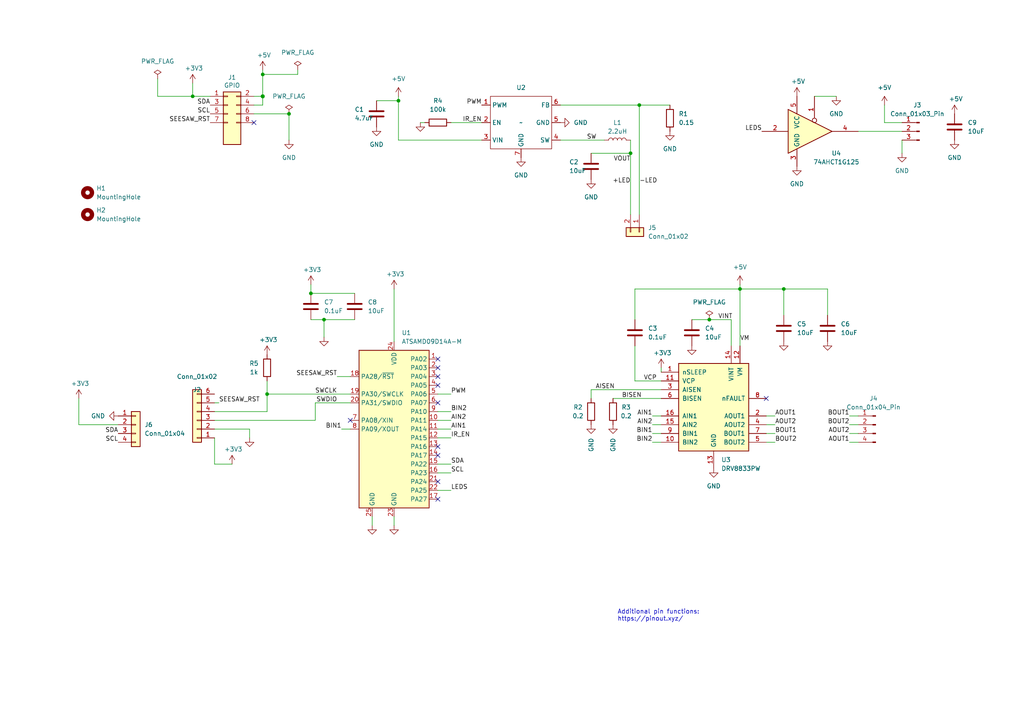
<source format=kicad_sch>
(kicad_sch (version 20230121) (generator eeschema)
  (paper "A4")
  (title_block (date "15 nov 2012"))
  (lib_symbols
    (symbol "74xGxx:74AHCT1G125"
      (property "Reference" "U" (at -2.54 3.81 0))
      (property "Value" "74AHCT1G125" (at 0 -3.81 0))
      (symbol "74AHCT1G125_0_1"
        (polyline (pts (xy -7.62 6.35) (xy -7.62 -6.35) (xy 5.08 0) (xy -7.62 6.35)) (stroke (width 0.254)) (fill (type background)))
      )
      (symbol "74AHCT1G125_1_1"
        (pin input inverted (at 0 10.16 270) (length 7.62) (name "~") (number "1"))
        (pin input line (at -15.24 0 0) (length 7.62) (name "~") (number "2"))
        (pin power_in line (at -5.08 -10.16 90) (length 5.08) (name "GND") (number "3"))
        (pin tri_state line (at 12.7 0 180) (length 7.62) (name "~") (number "4"))
        (pin power_in line (at -5.08 10.16 270) (length 5.08) (name "VCC") (number "5"))
      )
    )
    (symbol "Connector:Conn_01x03_Pin" (pin_names (offset 1.016) hide)
      (property "Reference" "J" (at 0 5.08 0))
      (property "Value" "Conn_01x03_Pin" (at 0 -5.08 0))
      (symbol "Conn_01x03_Pin_1_1"
        (polyline (pts (xy 1.27 -2.54) (xy 0.8636 -2.54)) (stroke (width 0.1524)))
        (polyline (pts (xy 1.27 0) (xy 0.8636 0)) (stroke (width 0.1524)))
        (polyline (pts (xy 1.27 2.54) (xy 0.8636 2.54)) (stroke (width 0.1524)))
        (rectangle (start 0.8636 -2.413) (end 0 -2.667) (stroke (width 0.1524)) (fill (type outline)))
        (rectangle (start 0.8636 0.127) (end 0 -0.127) (stroke (width 0.1524)) (fill (type outline)))
        (rectangle (start 0.8636 2.667) (end 0 2.413) (stroke (width 0.1524)) (fill (type outline)))
        (pin passive line (at 5.08 2.54 180) (length 3.81) (name "Pin_1") (number "1"))
        (pin passive line (at 5.08 0 180) (length 3.81) (name "Pin_2") (number "2"))
        (pin passive line (at 5.08 -2.54 180) (length 3.81) (name "Pin_3") (number "3"))
      )
    )
    (symbol "Connector:Conn_01x04_Pin" (pin_names (offset 1.016) hide)
      (property "Reference" "J" (at 0 5.08 0))
      (property "Value" "Conn_01x04_Pin" (at 0 -7.62 0))
      (symbol "Conn_01x04_Pin_1_1"
        (polyline (pts (xy 1.27 -5.08) (xy 0.8636 -5.08)) (stroke (width 0.1524)))
        (polyline (pts (xy 1.27 -2.54) (xy 0.8636 -2.54)) (stroke (width 0.1524)))
        (polyline (pts (xy 1.27 0) (xy 0.8636 0)) (stroke (width 0.1524)))
        (polyline (pts (xy 1.27 2.54) (xy 0.8636 2.54)) (stroke (width 0.1524)))
        (rectangle (start 0.8636 -4.953) (end 0 -5.207) (stroke (width 0.1524)) (fill (type outline)))
        (rectangle (start 0.8636 -2.413) (end 0 -2.667) (stroke (width 0.1524)) (fill (type outline)))
        (rectangle (start 0.8636 0.127) (end 0 -0.127) (stroke (width 0.1524)) (fill (type outline)))
        (rectangle (start 0.8636 2.667) (end 0 2.413) (stroke (width 0.1524)) (fill (type outline)))
        (pin passive line (at 5.08 2.54 180) (length 3.81) (name "Pin_1") (number "1"))
        (pin passive line (at 5.08 0 180) (length 3.81) (name "Pin_2") (number "2"))
        (pin passive line (at 5.08 -2.54 180) (length 3.81) (name "Pin_3") (number "3"))
        (pin passive line (at 5.08 -5.08 180) (length 3.81) (name "Pin_4") (number "4"))
      )
    )
    (symbol "Connector_Generic:Conn_01x02" (pin_names (offset 1.016) hide)
      (property "Reference" "J" (at 0 2.54 0))
      (property "Value" "Conn_01x02" (at 0 -5.08 0))
      (symbol "Conn_01x02_1_1"
        (rectangle (start -1.27 -2.413) (end 0 -2.667) (stroke (width 0.1524)))
        (rectangle (start -1.27 0.127) (end 0 -0.127) (stroke (width 0.1524)))
        (rectangle (start -1.27 1.27) (end 1.27 -3.81) (stroke (width 0.254)) (fill (type background)))
        (pin passive line (at -5.08 0 0) (length 3.81) (name "Pin_1") (number "1"))
        (pin passive line (at -5.08 -2.54 0) (length 3.81) (name "Pin_2") (number "2"))
      )
    )
    (symbol "Connector_Generic:Conn_01x04" (pin_names (offset 1.016) hide)
      (property "Reference" "J" (at 0 5.08 0))
      (property "Value" "Conn_01x04" (at 0 -7.62 0))
      (symbol "Conn_01x04_1_1"
        (rectangle (start -1.27 -4.953) (end 0 -5.207) (stroke (width 0.1524)))
        (rectangle (start -1.27 -2.413) (end 0 -2.667) (stroke (width 0.1524)))
        (rectangle (start -1.27 0.127) (end 0 -0.127) (stroke (width 0.1524)))
        (rectangle (start -1.27 2.667) (end 0 2.413) (stroke (width 0.1524)))
        (rectangle (start -1.27 3.81) (end 1.27 -6.35) (stroke (width 0.254)) (fill (type background)))
        (pin passive line (at -5.08 2.54 0) (length 3.81) (name "Pin_1") (number "1"))
        (pin passive line (at -5.08 0 0) (length 3.81) (name "Pin_2") (number "2"))
        (pin passive line (at -5.08 -2.54 0) (length 3.81) (name "Pin_3") (number "3"))
        (pin passive line (at -5.08 -5.08 0) (length 3.81) (name "Pin_4") (number "4"))
      )
    )
    (symbol "Connector_Generic:Conn_01x06" (pin_names (offset 1.016) hide)
      (property "Reference" "J" (at 0 7.62 0))
      (property "Value" "Conn_01x06" (at 0 -10.16 0))
      (symbol "Conn_01x06_1_1"
        (rectangle (start -1.27 -7.493) (end 0 -7.747) (stroke (width 0.1524)))
        (rectangle (start -1.27 -4.953) (end 0 -5.207) (stroke (width 0.1524)))
        (rectangle (start -1.27 -2.413) (end 0 -2.667) (stroke (width 0.1524)))
        (rectangle (start -1.27 0.127) (end 0 -0.127) (stroke (width 0.1524)))
        (rectangle (start -1.27 2.667) (end 0 2.413) (stroke (width 0.1524)))
        (rectangle (start -1.27 5.207) (end 0 4.953) (stroke (width 0.1524)))
        (rectangle (start -1.27 6.35) (end 1.27 -8.89) (stroke (width 0.254)) (fill (type background)))
        (pin passive line (at -5.08 5.08 0) (length 3.81) (name "Pin_1") (number "1"))
        (pin passive line (at -5.08 2.54 0) (length 3.81) (name "Pin_2") (number "2"))
        (pin passive line (at -5.08 0 0) (length 3.81) (name "Pin_3") (number "3"))
        (pin passive line (at -5.08 -2.54 0) (length 3.81) (name "Pin_4") (number "4"))
        (pin passive line (at -5.08 -5.08 0) (length 3.81) (name "Pin_5") (number "5"))
        (pin passive line (at -5.08 -7.62 0) (length 3.81) (name "Pin_6") (number "6"))
      )
    )
    (symbol "Connector_Generic:Conn_02x20_Odd_Even" (pin_names (offset 1.016) hide)
      (property "Reference" "J1" (at 1.27 28.3402 0))
      (property "Value" "GPIO" (at 1.27 26.035 0))
      (symbol "Conn_02x20_Odd_Even_1_1"
        (rectangle (start -1.27 15.367) (end 0 15.113) (stroke (width 0.1524)))
        (rectangle (start -1.27 17.907) (end 0 17.653) (stroke (width 0.1524)))
        (rectangle (start -1.27 20.447) (end 0 20.193) (stroke (width 0.1524)))
        (rectangle (start -1.27 22.987) (end 0 22.733) (stroke (width 0.1524)))
        (rectangle (start -1.27 24.13) (end 3.81 8.89) (stroke (width 0.254)) (fill (type background)))
        (rectangle (start 3.81 15.367) (end 2.54 15.113) (stroke (width 0.1524)))
        (rectangle (start 3.81 17.907) (end 2.54 17.653) (stroke (width 0.1524)))
        (rectangle (start 3.81 20.447) (end 2.54 20.193) (stroke (width 0.1524)))
        (rectangle (start 3.81 22.987) (end 2.54 22.733) (stroke (width 0.1524)))
        (pin passive line (at -5.08 22.86 0) (length 3.81) (name "Pin_1") (number "1"))
        (pin passive line (at 7.62 22.86 180) (length 3.81) (name "Pin_2") (number "2"))
        (pin passive line (at -5.08 20.32 0) (length 3.81) (name "Pin_3") (number "3"))
        (pin passive line (at 7.62 20.32 180) (length 3.81) (name "Pin_4") (number "4"))
        (pin passive line (at -5.08 17.78 0) (length 3.81) (name "Pin_5") (number "5"))
        (pin passive line (at 7.62 17.78 180) (length 3.81) (name "Pin_6") (number "6"))
        (pin passive line (at -5.08 15.24 0) (length 3.81) (name "Pin_7") (number "7"))
        (pin passive line (at 7.62 15.24 180) (length 3.81) (name "Pin_8") (number "8"))
      )
    )
    (symbol "Device:C" (pin_numbers hide) (pin_names (offset 0.254))
      (property "Reference" "C" (at 0.635 2.54 0))
      (property "Value" "C" (at 0.635 -2.54 0))
      (symbol "C_0_1"
        (polyline (pts (xy -2.032 -0.762) (xy 2.032 -0.762)) (stroke (width 0.508)))
        (polyline (pts (xy -2.032 0.762) (xy 2.032 0.762)) (stroke (width 0.508)))
      )
      (symbol "C_1_1"
        (pin passive line (at 0 3.81 270) (length 2.794) (name "~") (number "1"))
        (pin passive line (at 0 -3.81 90) (length 2.794) (name "~") (number "2"))
      )
    )
    (symbol "Device:L" (pin_numbers hide) (pin_names (offset 1.016) hide)
      (property "Reference" "L" (at -1.27 0 90))
      (property "Value" "L" (at 1.905 0 90))
      (symbol "L_0_1"
        (arc (start 0 -2.54) (mid 0.6323 -1.905) (end 0 -1.27))
        (arc (start 0 -1.27) (mid 0.6323 -0.635) (end 0 0))
        (arc (start 0 0) (mid 0.6323 0.635) (end 0 1.27))
        (arc (start 0 1.27) (mid 0.6323 1.905) (end 0 2.54))
      )
      (symbol "L_1_1"
        (pin passive line (at 0 3.81 270) (length 1.27) (name "1") (number "1"))
        (pin passive line (at 0 -3.81 90) (length 1.27) (name "2") (number "2"))
      )
    )
    (symbol "Device:R" (pin_numbers hide) (pin_names (offset 0))
      (property "Reference" "R" (at 2.032 0 90))
      (property "Value" "R" (at 0 0 90))
      (symbol "R_0_1"
        (rectangle (start -1.016 -2.54) (end 1.016 2.54) (stroke (width 0.254)))
      )
      (symbol "R_1_1"
        (pin passive line (at 0 3.81 270) (length 1.27) (name "~") (number "1"))
        (pin passive line (at 0 -3.81 90) (length 1.27) (name "~") (number "2"))
      )
    )
    (symbol "Driver_Motor:DRV8833PW" (pin_names (offset 1.016))
      (property "Reference" "U" (at -3.81 16.51 0))
      (property "Value" "DRV8833PW" (at -3.81 13.97 0))
      (symbol "DRV8833PW_0_1"
        (rectangle (start -10.16 12.7) (end 10.16 -12.7) (stroke (width 0.254)) (fill (type background)))
      )
      (symbol "DRV8833PW_1_1"
        (pin input line (at -15.24 10.16 0) (length 5.08) (name "nSLEEP") (number "1"))
        (pin input line (at -15.24 -10.16 0) (length 5.08) (name "BIN2") (number "10"))
        (pin bidirectional line (at -15.24 7.62 0) (length 5.08) (name "VCP") (number "11"))
        (pin power_in line (at 7.62 17.78 270) (length 5.08) (name "VM") (number "12"))
        (pin power_in line (at 0 -17.78 90) (length 5.08) (name "GND") (number "13"))
        (pin power_in line (at 5.08 17.78 270) (length 5.08) (name "VINT") (number "14"))
        (pin input line (at -15.24 -5.08 0) (length 5.08) (name "AIN2") (number "15"))
        (pin input line (at -15.24 -2.54 0) (length 5.08) (name "AIN1") (number "16"))
        (pin power_out line (at 15.24 -2.54 180) (length 5.08) (name "AOUT1") (number "2"))
        (pin bidirectional line (at -15.24 5.08 0) (length 5.08) (name "AISEN") (number "3"))
        (pin power_out line (at 15.24 -5.08 180) (length 5.08) (name "AOUT2") (number "4"))
        (pin power_out line (at 15.24 -10.16 180) (length 5.08) (name "BOUT2") (number "5"))
        (pin bidirectional line (at -15.24 2.54 0) (length 5.08) (name "BISEN") (number "6"))
        (pin power_out line (at 15.24 -7.62 180) (length 5.08) (name "BOUT1") (number "7"))
        (pin open_collector line (at 15.24 2.54 180) (length 5.08) (name "nFAULT") (number "8"))
        (pin input line (at -15.24 -7.62 0) (length 5.08) (name "BIN1") (number "9"))
      )
    )
    (symbol "GND_1" (power) (pin_names (offset 0))
      (property "Value" "GND_1" (at 0 -3.81 0))
      (symbol "GND_1_0_1"
        (polyline (pts (xy 0 0) (xy 0 -1.27) (xy 1.27 -1.27) (xy 0 -2.54) (xy -1.27 -1.27) (xy 0 -1.27)))
      )
      (symbol "GND_1_1_1"
        (pin power_in line (at 0 0 270) (length 0) hide (name "GND") (number "1"))
      )
    )
    (symbol "MCU_Microchip_SAMD:ATSAMD09D14A-M"
      (property "Reference" "U1" (at 2.1941 27.94 0))
      (property "Value" "ATSAMD09D14A-M" (at 2.1941 25.4 0))
      (symbol "ATSAMD09D14A-M_0_1"
        (rectangle (start -10.16 22.86) (end 10.16 -22.86) (stroke (width 0.254)) (fill (type background)))
      )
      (symbol "ATSAMD09D14A-M_1_1"
        (pin bidirectional line (at 12.7 20.32 180) (length 2.54) (name "PA02") (number "1"))
        (pin bidirectional line (at 12.7 2.54 180) (length 2.54) (name "PA11") (number "10"))
        (pin bidirectional line (at 12.7 0 180) (length 2.54) (name "PA14") (number "11"))
        (pin bidirectional line (at 12.7 -2.54 180) (length 2.54) (name "PA15") (number "12"))
        (pin bidirectional line (at 12.7 -5.08 180) (length 2.54) (name "PA16") (number "13"))
        (pin bidirectional line (at 12.7 -7.62 180) (length 2.54) (name "PA17") (number "14"))
        (pin bidirectional line (at 12.7 -10.16 180) (length 2.54) (name "PA22") (number "15"))
        (pin bidirectional line (at 12.7 -12.7 180) (length 2.54) (name "PA23") (number "16"))
        (pin bidirectional line (at 12.7 -20.32 180) (length 2.54) (name "PA27") (number "17"))
        (pin bidirectional line (at -12.7 15.24 0) (length 2.54) (name "PA28/~{RST}") (number "18"))
        (pin bidirectional line (at -12.7 10.16 0) (length 2.54) (name "PA30/SWCLK") (number "19"))
        (pin bidirectional line (at 12.7 17.78 180) (length 2.54) (name "PA03") (number "2"))
        (pin bidirectional line (at -12.7 7.62 0) (length 2.54) (name "PA31/SWDIO") (number "20"))
        (pin bidirectional line (at 12.7 -15.24 180) (length 2.54) (name "PA24") (number "21"))
        (pin bidirectional line (at 12.7 -17.78 180) (length 2.54) (name "PA25") (number "22"))
        (pin power_in line (at 0 -25.4 90) (length 2.54) (name "GND") (number "23"))
        (pin power_in line (at 0 25.4 270) (length 2.54) (name "VDD") (number "24"))
        (pin power_in line (at -6.35 -25.4 90) (length 2.54) (name "GND") (number "25"))
        (pin bidirectional line (at 12.7 15.24 180) (length 2.54) (name "PA04") (number "3"))
        (pin bidirectional line (at 12.7 12.7 180) (length 2.54) (name "PA05") (number "4"))
        (pin bidirectional line (at 12.7 10.16 180) (length 2.54) (name "PA06") (number "5"))
        (pin bidirectional line (at 12.7 7.62 180) (length 2.54) (name "PA07") (number "6"))
        (pin bidirectional line (at -12.7 2.54 0) (length 2.54) (name "PA08/XIN") (number "7"))
        (pin bidirectional line (at -12.7 0 0) (length 2.54) (name "PA09/XOUT") (number "8"))
        (pin bidirectional line (at 12.7 5.08 180) (length 2.54) (name "PA10") (number "9"))
      )
    )
    (symbol "Mechanical:MountingHole" (pin_names (offset 1.016))
      (property "Reference" "H" (at 0 5.08 0))
      (property "Value" "MountingHole" (at 0 3.175 0))
      (symbol "MountingHole_0_1"
        (circle (center 0 0) (radius 1.27) (stroke (width 1.27)))
      )
    )
    (symbol "Minor_Industries:TPS92201"
      (property "Reference" "U" (at 0 2.54 0))
      (symbol "TPS92201_0_1"
        (rectangle (start -8.89 7.62) (end 8.89 -7.62))
      )
      (symbol "TPS92201_1_1"
        (pin input line (at -11.43 5.08 0) (length 2.54) (name "PWM") (number "1"))
        (pin input line (at -11.43 0 0) (length 2.54) (name "EN") (number "2"))
        (pin power_in line (at -11.43 -5.08 0) (length 2.54) (name "VIN") (number "3"))
        (pin input line (at 11.43 -5.08 180) (length 2.54) (name "SW") (number "4"))
        (pin power_in line (at 11.43 0 180) (length 2.54) (name "GND") (number "5"))
        (pin power_out line (at 11.43 5.08 180) (length 2.54) (name "FB") (number "6"))
        (pin power_in line (at 0 -10.16 90) (length 2.54) (name "GND") (number "7"))
      )
    )
    (symbol "power:+3.3V" (power) (pin_names (offset 0))
      (property "Value" "+3.3V" (at 0 3.556 0))
      (symbol "+3.3V_0_1"
        (polyline (pts (xy -0.762 1.27) (xy 0 2.54)))
        (polyline (pts (xy 0 0) (xy 0 2.54)))
        (polyline (pts (xy 0 2.54) (xy 0.762 1.27)))
      )
      (symbol "+3.3V_1_1"
        (pin power_in line (at 0 0 90) (length 0) hide (name "+3V3") (number "1"))
      )
    )
    (symbol "power:+5V" (power) (pin_names (offset 0))
      (property "Value" "+5V" (at 0 3.556 0))
      (symbol "+5V_0_1"
        (polyline (pts (xy -0.762 1.27) (xy 0 2.54)))
        (polyline (pts (xy 0 0) (xy 0 2.54)))
        (polyline (pts (xy 0 2.54) (xy 0.762 1.27)))
      )
      (symbol "+5V_1_1"
        (pin power_in line (at 0 0 90) (length 0) hide (name "+5V") (number "1"))
      )
    )
    (symbol "power:GND" (power) (pin_names (offset 0))
      (property "Value" "GND" (at 0 -3.81 0))
      (symbol "GND_0_1"
        (polyline (pts (xy 0 0) (xy 0 -1.27) (xy 1.27 -1.27) (xy 0 -2.54) (xy -1.27 -1.27) (xy 0 -1.27)))
      )
      (symbol "GND_1_1"
        (pin power_in line (at 0 0 270) (length 0) hide (name "GND") (number "1"))
      )
    )
    (symbol "power:PWR_FLAG" (power) (pin_numbers hide) (pin_names (offset 0) hide)
      (property "Value" "PWR_FLAG" (at 0 3.81 0))
      (symbol "PWR_FLAG_0_0"
        (pin power_out line (at 0 0 90) (length 0) (name "pwr") (number "1"))
      )
      (symbol "PWR_FLAG_0_1"
        (polyline (pts (xy 0 0) (xy 0 1.27) (xy -1.016 1.905) (xy 0 2.54) (xy 1.016 1.905) (xy 0 1.27)))
      )
    )
  )
  (junction (at 76.2 27.94) (diameter 1.016))
  (junction (at 182.88 44.45))
  (junction (at 83.82 33.02))
  (junction (at 185.42 30.48))
  (junction (at 214.63 83.82))
  (junction (at 77.47 114.3))
  (junction (at 55.88 27.94))
  (junction (at 205.74 92.71))
  (junction (at 90.17 85.09))
  (junction (at 93.98 92.71))
  (junction (at 76.2 21.59))
  (junction (at 115.57 29.21))
  (junction (at 227.33 83.82))
  (no_connect (at 127 109.22))
  (no_connect (at 101.6 121.92))
  (no_connect (at 127 104.14))
  (no_connect (at 73.66 35.56))
  (no_connect (at 127 116.84))
  (no_connect (at 222.25 115.57))
  (no_connect (at 127 139.7))
  (no_connect (at 127 144.78))
  (no_connect (at 127 111.76))
  (no_connect (at 127 129.54))
  (no_connect (at 127 106.68))
  (no_connect (at 127 132.08))
  (wire (pts (xy 224.79 120.65) (xy 222.25 120.65)))
  (wire (pts (xy 90.17 85.09) (xy 102.87 85.09)))
  (wire (pts (xy 62.23 134.62) (xy 67.31 134.62)))
  (wire (pts (xy 97.79 109.22) (xy 101.6 109.22)))
  (wire (pts (xy 248.92 38.1) (xy 261.62 38.1)))
  (wire (pts (xy 182.88 44.45) (xy 182.88 62.23)))
  (wire (pts (xy 72.39 124.46) (xy 72.39 127)))
  (wire (pts (xy 114.3 149.86) (xy 114.3 152.4)))
  (wire (pts (xy 115.57 27.94) (xy 115.57 29.21)))
  (wire (pts (xy 171.45 113.03) (xy 191.77 113.03)))
  (wire (pts (xy 22.86 123.19) (xy 34.29 123.19)))
  (wire (pts (xy 130.81 35.56) (xy 139.7 35.56)))
  (wire (pts (xy 130.81 127) (xy 127 127)))
  (wire (pts (xy 90.17 92.71) (xy 93.98 92.71)))
  (wire (pts (xy 256.54 35.56) (xy 256.54 30.48)))
  (wire (pts (xy 189.23 120.65) (xy 191.77 120.65)))
  (wire (pts (xy 224.79 125.73) (xy 222.25 125.73)))
  (wire (pts (xy 83.82 33.02) (xy 73.66 33.02)))
  (wire (pts (xy 214.63 82.55) (xy 214.63 83.82)))
  (wire (pts (xy 189.23 128.27) (xy 191.77 128.27)))
  (wire (pts (xy 246.38 120.65) (xy 248.92 120.65)))
  (wire (pts (xy 83.82 40.64) (xy 83.82 33.02)))
  (wire (pts (xy 130.81 142.24) (xy 127 142.24)))
  (wire (pts (xy 246.38 125.73) (xy 248.92 125.73)))
  (wire (pts (xy 77.47 119.38) (xy 62.23 119.38)))
  (wire (pts (xy 55.88 24.13) (xy 55.88 27.94)))
  (wire (pts (xy 227.33 83.82) (xy 227.33 91.44)))
  (wire (pts (xy 191.77 106.68) (xy 191.77 107.95)))
  (wire (pts (xy 91.44 116.84) (xy 101.6 116.84)))
  (wire (pts (xy 200.66 92.71) (xy 205.74 92.71)))
  (wire (pts (xy 77.47 114.3) (xy 77.47 119.38)))
  (wire (pts (xy 185.42 30.48) (xy 194.31 30.48)))
  (wire (pts (xy 130.81 119.38) (xy 127 119.38)))
  (wire (pts (xy 76.2 27.94) (xy 76.2 30.48)))
  (wire (pts (xy 162.56 40.64) (xy 175.26 40.64)))
  (wire (pts (xy 171.45 113.03) (xy 171.45 115.57)))
  (wire (pts (xy 109.22 29.21) (xy 115.57 29.21)))
  (wire (pts (xy 99.06 124.46) (xy 101.6 124.46)))
  (wire (pts (xy 76.2 20.32) (xy 76.2 21.59)))
  (wire (pts (xy 91.44 121.92) (xy 91.44 116.84)))
  (wire (pts (xy 76.2 27.94) (xy 73.66 27.94)))
  (wire (pts (xy 224.79 123.19) (xy 222.25 123.19)))
  (wire (pts (xy 240.03 83.82) (xy 240.03 91.44)))
  (wire (pts (xy 130.81 121.92) (xy 127 121.92)))
  (wire (pts (xy 86.36 21.59) (xy 86.36 20.32)))
  (wire (pts (xy 76.2 21.59) (xy 86.36 21.59)))
  (wire (pts (xy 214.63 83.82) (xy 214.63 100.33)))
  (wire (pts (xy 177.8 115.57) (xy 191.77 115.57)))
  (wire (pts (xy 184.15 83.82) (xy 184.15 92.71)))
  (wire (pts (xy 236.22 27.94) (xy 242.57 27.94)))
  (wire (pts (xy 93.98 92.71) (xy 102.87 92.71)))
  (wire (pts (xy 184.15 110.49) (xy 191.77 110.49)))
  (wire (pts (xy 45.72 22.86) (xy 45.72 27.94)))
  (wire (pts (xy 130.81 134.62) (xy 127 134.62)))
  (wire (pts (xy 62.23 116.84) (xy 63.5 116.84)))
  (wire (pts (xy 45.72 27.94) (xy 55.88 27.94)))
  (wire (pts (xy 107.95 149.86) (xy 107.95 152.4)))
  (wire (pts (xy 224.79 128.27) (xy 222.25 128.27)))
  (wire (pts (xy 246.38 123.19) (xy 248.92 123.19)))
  (wire (pts (xy 77.47 114.3) (xy 101.6 114.3)))
  (wire (pts (xy 76.2 30.48) (xy 73.66 30.48)))
  (wire (pts (xy 115.57 40.64) (xy 139.7 40.64)))
  (wire (pts (xy 130.81 114.3) (xy 127 114.3)))
  (wire (pts (xy 77.47 110.49) (xy 77.47 114.3)))
  (wire (pts (xy 114.3 83.82) (xy 114.3 99.06)))
  (wire (pts (xy 22.86 115.57) (xy 22.86 123.19)))
  (wire (pts (xy 184.15 83.82) (xy 214.63 83.82)))
  (wire (pts (xy 184.15 100.33) (xy 184.15 110.49)))
  (wire (pts (xy 62.23 121.92) (xy 91.44 121.92)))
  (wire (pts (xy 62.23 124.46) (xy 72.39 124.46)))
  (wire (pts (xy 115.57 29.21) (xy 115.57 40.64)))
  (wire (pts (xy 189.23 123.19) (xy 191.77 123.19)))
  (wire (pts (xy 212.09 92.71) (xy 212.09 100.33)))
  (wire (pts (xy 261.62 40.64) (xy 261.62 44.45)))
  (wire (pts (xy 246.38 128.27) (xy 248.92 128.27)))
  (wire (pts (xy 62.23 127) (xy 62.23 134.62)))
  (wire (pts (xy 76.2 21.59) (xy 76.2 27.94)))
  (wire (pts (xy 185.42 30.48) (xy 185.42 62.23)))
  (wire (pts (xy 90.17 82.55) (xy 90.17 85.09)))
  (wire (pts (xy 205.74 92.71) (xy 212.09 92.71)))
  (wire (pts (xy 189.23 125.73) (xy 191.77 125.73)))
  (wire (pts (xy 182.88 40.64) (xy 182.88 44.45)))
  (wire (pts (xy 55.88 27.94) (xy 60.96 27.94)))
  (wire (pts (xy 130.81 137.16) (xy 127 137.16)))
  (wire (pts (xy 171.45 44.45) (xy 182.88 44.45)))
  (wire (pts (xy 162.56 30.48) (xy 185.42 30.48)))
  (wire (pts (xy 261.62 35.56) (xy 256.54 35.56)))
  (wire (pts (xy 227.33 83.82) (xy 240.03 83.82)))
  (wire (pts (xy 121.92 35.56) (xy 123.19 35.56)))
  (wire (pts (xy 130.81 124.46) (xy 127 124.46)))
  (wire (pts (xy 214.63 83.82) (xy 227.33 83.82)))
  (wire (pts (xy 93.98 92.71) (xy 93.98 97.79)))
  (text "Additional pin functions:\nhttps://pinout.xyz/" (at 179.07 180.34 0) (effects (font (size 1.27 1.27)) (justify left bottom)))
  (label "AISEN" (at 172.72 113.03 0))
  (label "BOUT1" (at 224.79 125.73 0))
  (label "BOUT1" (at 246.38 120.65 180))
  (label "SDA" (at 130.81 134.62 0))
  (label "AIN2" (at 189.23 123.19 180))
  (label "SWCLK" (at 97.79 114.3 180))
  (label "AIN2" (at 130.81 121.92 0))
  (label "-LED" (at 185.42 53.34 0))
  (label "VM" (at 214.63 99.06 0))
  (label "PWM" (at 130.81 114.3 0))
  (label "PWM" (at 139.7 30.48 180))
  (label "AIN1" (at 130.81 124.46 0))
  (label "AOUT2" (at 224.79 123.19 0))
  (label "AIN1" (at 189.23 120.65 180))
  (label "SDA" (at 60.96 30.48 180))
  (label "SW" (at 170.18 40.64 0))
  (label "BIN1" (at 189.23 125.73 180))
  (label "BIN2" (at 130.81 119.38 0))
  (label "SWDIO" (at 97.79 116.84 180))
  (label "+LED" (at 182.88 53.34 180))
  (label "VOUT" (at 182.88 46.99 180))
  (label "BOUT2" (at 246.38 123.19 180))
  (label "AOUT2" (at 246.38 125.73 180))
  (label "IR_EN" (at 130.81 127 0))
  (label "SCL" (at 60.96 33.02 180))
  (label "VINT" (at 208.28 92.71 0))
  (label "SEESAW_RST" (at 97.79 109.22 180))
  (label "SDA" (at 34.29 125.73 180))
  (label "BISEN" (at 180.34 115.57 0))
  (label "BIN2" (at 189.23 128.27 180))
  (label "VCP" (at 186.69 110.49 0))
  (label "SEESAW_RST" (at 63.5 116.84 0))
  (label "BOUT2" (at 224.79 128.27 0))
  (label "SCL" (at 130.81 137.16 0))
  (label "AOUT1" (at 224.79 120.65 0))
  (label "SEESAW_RST" (at 60.96 35.56 180))
  (label "IR_EN" (at 139.7 35.56 180))
  (label "LEDS" (at 220.98 38.1 180))
  (label "AOUT1" (at 246.38 128.27 180))
  (label "SCL" (at 34.29 128.27 180))
  (label "LEDS" (at 130.81 142.24 0))
  (label "BIN1" (at 99.06 124.46 180))
  (symbol (lib_id "power:+5V") (at 76.2 20.32 0) (unit 1)
    (property "Reference" "#PWR01" (effects hide))
    (property "Value" "+5V" (at 76.5683 15.9956 0))
  )
  (symbol (lib_id "power:+3.3V") (at 55.88 24.13 0) (unit 1)
    (property "Reference" "#PWR04" (effects hide))
    (property "Value" "+3.3V" (at 56.2483 19.8056 0))
  )
  (symbol (lib_id "Connector_Generic:Conn_02x20_Odd_Even") (at 66.04 50.8 0) (unit 1)
    (property "Reference" "J1" (at 67.31 22.4598 0))
    (property "Value" "GPIO" (at 67.31 24.765 0))
    (property "Footprint" "Connector_PinSocket_2.54mm:PinSocket_2x06_P2.54mm_Vertical" (effects hide))
  )
  (symbol (lib_id "power:PWR_FLAG") (at 45.72 22.86 0) (unit 1)
    (property "Reference" "#FLG02" (effects hide))
    (property "Value" "PWR_FLAG" (at 45.72 17.78 0))
  )
  (symbol (lib_id "power:+5V") (at 115.57 27.94 0) (unit 1)
    (property "Reference" "#PWR06" (effects hide))
    (property "Value" "+5V" (at 115.57 22.86 0))
  )
  (symbol (lib_id "Device:R") (at 77.47 106.68 180) (unit 1)
    (property "Reference" "R5" (at 73.66 105.41 0))
    (property "Value" "1k" (at 73.66 107.95 0))
    (property "Footprint" "Resistor_SMD:R_0805_2012Metric" (effects hide))
  )
  (symbol (lib_id "power:GND") (at 72.39 127 0) (unit 1)
    (property "Reference" "#PWR032" (effects hide))
    (property "Value" "GND" (effects hide))
  )
  (symbol (lib_id "power:+5V") (at 214.63 82.55 0) (unit 1)
    (property "Reference" "#PWR018" (effects hide))
    (property "Value" "+5V" (at 214.63 77.47 0))
  )
  (symbol (lib_id "Driver_Motor:DRV8833PW") (at 207.01 118.11 0) (unit 1)
    (property "Reference" "U3" (at 209.2041 133.35 0) (effects (justify left)))
    (property "Value" "DRV8833PW" (at 209.2041 135.89 0) (effects (justify left)))
    (property "Footprint" "Package_SO:TSSOP-16_4.4x5mm_P0.65mm" (effects hide))
    (property "Datasheet" "http://www.ti.com/lit/ds/symlink/drv8833.pdf" (effects hide))
  )
  (symbol (lib_id "power:+5V") (at 231.14 27.94 0) (unit 1)
    (property "Reference" "#PWR011" (effects hide))
    (property "Value" "+5V" (at 231.5083 23.6156 0))
  )
  (symbol (lib_id "Device:C") (at 102.87 88.9 0) (unit 1)
    (property "Reference" "C8" (at 106.68 87.63 0) (effects (justify left)))
    (property "Value" "10uF" (at 106.68 90.17 0) (effects (justify left)))
    (property "Footprint" "Capacitor_SMD:C_1206_3216Metric" (effects hide))
  )
  (symbol (lib_id "power:GND") (at 231.14 48.26 0) (unit 1)
    (property "Reference" "#PWR012" (effects hide))
    (property "Value" "GND" (at 231.14 53.34 0))
  )
  (symbol (lib_name "GND_1") (lib_id "power:GND") (at 34.29 120.65 270) (unit 1)
    (property "Reference" "#PWR030" (effects hide))
    (property "Value" "GND" (at 30.48 120.65 90) (effects (justify right)))
  )
  (symbol (lib_id "power:+3.3V") (at 77.47 102.87 0) (unit 1)
    (property "Reference" "#PWR028" (effects hide))
    (property "Value" "+3.3V" (at 77.8383 98.5456 0))
  )
  (symbol (lib_name "GND_1") (lib_id "power:GND") (at 83.82 40.64 0) (unit 1)
    (property "Reference" "#PWR03" (effects hide))
    (property "Value" "GND" (at 83.82 45.72 0))
  )
  (symbol (lib_id "power:+3.3V") (at 90.17 82.55 0) (unit 1)
    (property "Reference" "#PWR025" (effects hide))
    (property "Value" "+3.3V" (at 90.5383 78.2256 0))
  )
  (symbol (lib_id "power:GND") (at 162.56 35.56 90) (unit 1)
    (property "Reference" "#PWR07" (effects hide))
    (property "Value" "GND" (at 166.37 35.56 90) (effects (justify right)))
  )
  (symbol (lib_id "74xGxx:74AHCT1G125") (at 236.22 38.1 0) (unit 1)
    (property "Reference" "U4" (at 242.57 44.45 0))
    (property "Value" "74AHCT1G125" (at 242.57 46.99 0))
    (property "Footprint" "Package_TO_SOT_SMD:SOT-353_SC-70-5" (effects hide))
    (property "Datasheet" "http://www.ti.com/lit/sg/scyt129e/scyt129e.pdf" (effects hide))
  )
  (symbol (lib_id "Mechanical:MountingHole") (at 25.4 55.88 0) (unit 1)
    (property "Reference" "H1" (at 27.94 54.61 0) (effects (justify left)))
    (property "Value" "MountingHole" (at 27.94 57.15 0) (effects (justify left)))
    (property "Footprint" "MountingHole:MountingHole_2.7mm_M2.5" (effects hide))
  )
  (symbol (lib_id "power:GND") (at 93.98 97.79 0) (unit 1)
    (property "Reference" "#PWR027" (effects hide))
    (property "Value" "GND" (effects hide))
  )
  (symbol (lib_id "Device:R") (at 194.31 34.29 0) (unit 1)
    (property "Reference" "R1" (at 196.85 33.02 0) (effects (justify left)))
    (property "Value" "0.15" (at 196.85 35.56 0) (effects (justify left)))
    (property "Footprint" "Resistor_SMD:R_0805_2012Metric" (effects hide))
  )
  (symbol (lib_id "Device:C") (at 109.22 33.02 180) (unit 1)
    (property "Reference" "C1" (at 102.87 31.75 0) (effects (justify right)))
    (property "Value" "4.7uF" (at 102.87 34.29 0) (effects (justify right)))
    (property "Footprint" "Capacitor_SMD:C_0805_2012Metric" (effects hide))
  )
  (symbol (lib_id "power:GND") (at 109.22 36.83 0) (unit 1)
    (property "Reference" "#PWR05" (effects hide))
    (property "Value" "GND" (at 109.22 41.91 0))
  )
  (symbol (lib_id "power:+5V") (at 256.54 30.48 0) (unit 1)
    (property "Reference" "#PWR024" (effects hide))
    (property "Value" "+5V" (at 256.54 25.4 0))
  )
  (symbol (lib_id "power:GND") (at 171.45 52.07 0) (unit 1)
    (property "Reference" "#PWR08" (effects hide))
    (property "Value" "GND" (at 171.45 57.15 0))
  )
  (symbol (lib_id "power:GND") (at 276.86 40.64 0) (unit 1)
    (property "Reference" "#PWR034" (effects hide))
    (property "Value" "GND" (at 276.86 45.72 0))
  )
  (symbol (lib_id "Connector_Generic:Conn_01x02") (at 185.42 67.31 270) (unit 1)
    (property "Reference" "J5" (at 187.96 66.04 90) (effects (justify left)))
    (property "Value" "Conn_01x02" (at 187.96 68.58 90) (effects (justify left)))
    (property "Footprint" "TerminalBlock_4Ucon:TerminalBlock_4Ucon_1x02_P3.50mm_Horizontal" (effects hide))
  )
  (symbol (lib_id "power:GND") (at 200.66 100.33 0) (unit 1)
    (property "Reference" "#PWR020" (effects hide))
    (property "Value" "GND" (effects hide))
  )
  (symbol (lib_id "power:+3.3V") (at 114.3 83.82 0) (unit 1)
    (property "Reference" "#PWR015" (effects hide))
    (property "Value" "+3.3V" (at 114.6683 79.4956 0))
  )
  (symbol (lib_id "Device:C") (at 240.03 95.25 0) (unit 1)
    (property "Reference" "C6" (at 243.84 93.98 0) (effects (justify left)))
    (property "Value" "10uF" (at 243.84 96.52 0) (effects (justify left)))
    (property "Footprint" "Capacitor_SMD:C_1206_3216Metric" (effects hide))
  )
  (symbol (lib_id "Connector:Conn_01x03_Pin") (at 266.7 38.1 0) (mirror y) (unit 1)
    (property "Reference" "J3" (at 266.065 30.48 0))
    (property "Value" "Conn_01x03_Pin" (at 266.065 33.02 0))
    (property "Footprint" "Connector_PinHeader_2.54mm:PinHeader_1x03_P2.54mm_Vertical_SMD_Pin1Left" (effects hide))
  )
  (symbol (lib_id "power:+3.3V") (at 22.86 115.57 0) (unit 1)
    (property "Reference" "#PWR029" (effects hide))
    (property "Value" "+3.3V" (at 23.2283 111.2456 0))
  )
  (symbol (lib_id "power:GND") (at 194.31 38.1 0) (unit 1)
    (property "Reference" "#PWR09" (effects hide))
    (property "Value" "GND" (at 194.31 43.18 0))
  )
  (symbol (lib_id "power:GND") (at 207.01 135.89 0) (unit 1)
    (property "Reference" "#PWR019" (effects hide))
    (property "Value" "GND" (at 207.01 140.97 0))
  )
  (symbol (lib_id "power:GND") (at 261.62 44.45 0) (unit 1)
    (property "Reference" "#PWR023" (effects hide))
    (property "Value" "GND" (at 261.62 49.53 0))
  )
  (symbol (lib_id "power:GND") (at 121.92 35.56 0) (unit 1)
    (property "Reference" "#PWR02" (effects hide))
    (property "Value" "GND" (effects hide))
  )
  (symbol (lib_id "power:GND") (at 227.33 99.06 0) (unit 1)
    (property "Reference" "#PWR021" (effects hide))
    (property "Value" "GND" (effects hide))
  )
  (symbol (lib_id "Device:C") (at 200.66 96.52 0) (unit 1)
    (property "Reference" "C4" (at 204.47 95.25 0) (effects (justify left)))
    (property "Value" "10uF" (at 204.47 97.79 0) (effects (justify left)))
    (property "Footprint" "Capacitor_SMD:C_1206_3216Metric" (effects hide))
  )
  (symbol (lib_id "power:GND") (at 242.57 27.94 0) (unit 1)
    (property "Reference" "#PWR013" (effects hide))
    (property "Value" "GND" (at 242.57 33.02 0))
  )
  (symbol (lib_id "Device:C") (at 184.15 96.52 0) (unit 1)
    (property "Reference" "C3" (at 187.96 95.25 0) (effects (justify left)))
    (property "Value" "0.1uF" (at 187.96 97.79 0) (effects (justify left)))
    (property "Footprint" "Capacitor_SMD:C_0805_2012Metric" (effects hide))
  )
  (symbol (lib_id "Device:C") (at 227.33 95.25 0) (unit 1)
    (property "Reference" "C5" (at 231.14 93.98 0) (effects (justify left)))
    (property "Value" "10uF" (at 231.14 96.52 0) (effects (justify left)))
    (property "Footprint" "Capacitor_SMD:C_1206_3216Metric" (effects hide))
  )
  (symbol (lib_id "Device:C") (at 276.86 36.83 0) (unit 1)
    (property "Reference" "C9" (at 280.67 35.56 0) (effects (justify left)))
    (property "Value" "10uF" (at 280.67 38.1 0) (effects (justify left)))
    (property "Footprint" "Capacitor_SMD:C_1206_3216Metric" (effects hide))
  )
  (symbol (lib_id "Minor_Industries:TPS92201") (at 151.13 35.56 0) (unit 1)
    (property "Reference" "U2" (at 151.13 25.4 0))
    (property "Value" "~" (at 151.13 35.56 0))
    (property "Footprint" "Package_SON:WSON-6-1EP_2x2mm_P0.65mm_EP1x1.6mm_ThermalVias" (effects hide))
  )
  (symbol (lib_id "power:GND") (at 107.95 152.4 0) (unit 1)
    (property "Reference" "#PWR035" (effects hide))
    (property "Value" "GND" (effects hide))
  )
  (symbol (lib_id "Mechanical:MountingHole") (at 25.4 62.23 0) (unit 1)
    (property "Reference" "H2" (at 27.94 60.96 0) (effects (justify left)))
    (property "Value" "MountingHole" (at 27.94 63.5 0) (effects (justify left)))
    (property "Footprint" "MountingHole:MountingHole_2.7mm_M2.5" (effects hide))
  )
  (symbol (lib_id "Device:C") (at 171.45 48.26 180) (unit 1)
    (property "Reference" "C2" (at 165.1 46.99 0) (effects (justify right)))
    (property "Value" "10uF" (at 165.1 49.53 0) (effects (justify right)))
    (property "Footprint" "Capacitor_SMD:C_0805_2012Metric" (effects hide))
  )
  (symbol (lib_id "power:+3.3V") (at 67.31 134.62 0) (unit 1)
    (property "Reference" "#PWR031" (effects hide))
    (property "Value" "+3.3V" (at 67.6783 130.2956 0))
  )
  (symbol (lib_id "power:PWR_FLAG") (at 83.82 33.02 0) (unit 1)
    (property "Reference" "#FLG03" (effects hide))
    (property "Value" "PWR_FLAG" (at 83.82 27.94 0))
  )
  (symbol (lib_id "power:GND") (at 240.03 99.06 0) (unit 1)
    (property "Reference" "#PWR022" (effects hide))
    (property "Value" "GND" (effects hide))
  )
  (symbol (lib_id "power:PWR_FLAG") (at 86.36 20.32 0) (unit 1)
    (property "Reference" "#FLG01" (effects hide))
    (property "Value" "PWR_FLAG" (at 86.36 15.24 0))
  )
  (symbol (lib_id "power:GND") (at 151.13 45.72 0) (unit 1)
    (property "Reference" "#PWR010" (effects hide))
    (property "Value" "GND" (at 151.13 50.8 0))
  )
  (symbol (lib_id "Device:R") (at 127 35.56 90) (unit 1)
    (property "Reference" "R4" (at 127 29.21 90))
    (property "Value" "100k" (at 127 31.75 90))
    (property "Footprint" "Resistor_SMD:R_0805_2012Metric" (effects hide))
  )
  (symbol (lib_id "power:+5V") (at 276.86 33.02 0) (unit 1)
    (property "Reference" "#PWR033" (effects hide))
    (property "Value" "+5V" (at 277.2283 28.6956 0))
  )
  (symbol (lib_id "MCU_Microchip_SAMD:ATSAMD09D14A-M") (at 114.3 124.46 0) (unit 1)
    (property "Reference" "U1" (at 116.4941 96.52 0) (effects (justify left)))
    (property "Value" "ATSAMD09D14A-M" (at 116.4941 99.06 0) (effects (justify left)))
    (property "Footprint" "Package_DFN_QFN:QFN-24-1EP_4x4mm_P0.5mm_EP2.6x2.6mm" (effects hide))
    (property "Datasheet" "http://ww1.microchip.com/downloads/en/DeviceDoc/Atmel-42414-SAM-D09_Datasheet.pdf" (effects hide))
  )
  (symbol (lib_id "Device:R") (at 171.45 119.38 180) (unit 1)
    (property "Reference" "R2" (at 167.64 118.11 0))
    (property "Value" "0.2" (at 167.64 120.65 0))
    (property "Footprint" "Resistor_SMD:R_0805_2012Metric" (effects hide))
  )
  (symbol (lib_id "Connector_Generic:Conn_01x06") (at 57.15 121.92 180) (unit 1)
    (property "Reference" "J2" (at 57.15 113.03 0))
    (property "Value" "Conn_01x02" (at 57.15 109.22 0))
    (property "Footprint" "Connector_PinHeader_2.54mm:PinHeader_1x06_P2.54mm_Vertical" (effects hide))
  )
  (symbol (lib_id "power:PWR_FLAG") (at 205.74 92.71 0) (unit 1)
    (property "Reference" "#FLG04" (effects hide))
    (property "Value" "PWR_FLAG" (at 205.74 87.63 0))
  )
  (symbol (lib_id "Device:L") (at 179.07 40.64 90) (unit 1)
    (property "Reference" "L1" (at 179.07 35.56 90))
    (property "Value" "2.2uH" (at 179.07 38.1 90))
    (property "Footprint" "Minor_Industries:Induct_1" (effects hide))
  )
  (symbol (lib_id "power:GND") (at 114.3 152.4 0) (unit 1)
    (property "Reference" "#PWR026" (effects hide))
    (property "Value" "GND" (effects hide))
  )
  (symbol (lib_id "Connector_Generic:Conn_01x04") (at 39.37 123.19 0) (unit 1)
    (property "Reference" "J6" (at 41.91 123.19 0) (effects (justify left)))
    (property "Value" "Conn_01x04" (at 41.91 125.73 0) (effects (justify left)))
    (property "Footprint" "Connector_JST:JST_SH_BM04B-SRSS-TB_1x04-1MP_P1.00mm_Vertical" (effects hide))
  )
  (symbol (lib_id "Device:C") (at 90.17 88.9 0) (unit 1)
    (property "Reference" "C7" (at 93.98 87.63 0) (effects (justify left)))
    (property "Value" "0.1uF" (at 93.98 90.17 0) (effects (justify left)))
    (property "Footprint" "Capacitor_SMD:C_0805_2012Metric" (effects hide))
  )
  (symbol (lib_id "Device:R") (at 177.8 119.38 180) (unit 1)
    (property "Reference" "R3" (at 181.61 118.11 0))
    (property "Value" "0.2" (at 181.61 120.65 0))
    (property "Footprint" "Resistor_SMD:R_0805_2012Metric" (effects hide))
  )
  (symbol (lib_id "power:GND") (at 177.8 123.19 0) (unit 1)
    (property "Reference" "#PWR017" (effects hide))
    (property "Value" "GND" (at 177.8 127 90) (effects (justify right)))
  )
  (symbol (lib_id "Connector:Conn_01x04_Pin") (at 254 123.19 0) (mirror y) (unit 1)
    (property "Reference" "J4" (at 253.365 115.57 0))
    (property "Value" "Conn_01x04_Pin" (at 253.365 118.11 0))
    (property "Footprint" "Connector_PinHeader_2.54mm:PinHeader_1x04_P2.54mm_Vertical_SMD_Pin1Left" (effects hide))
  )
  (symbol (lib_id "power:+3.3V") (at 191.77 106.68 0) (unit 1)
    (property "Reference" "#PWR014" (effects hide))
    (property "Value" "+3.3V" (at 192.1383 102.3556 0))
  )
  (symbol (lib_id "power:GND") (at 171.45 123.19 0) (unit 1)
    (property "Reference" "#PWR016" (effects hide))
    (property "Value" "GND" (at 171.45 127 90) (effects (justify right)))
  )
)
</source>
